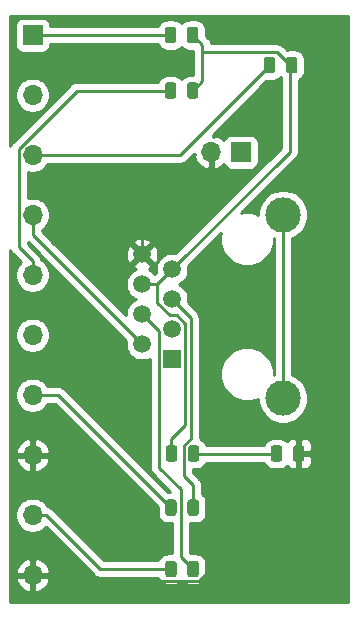
<source format=gtl>
%TF.GenerationSoftware,KiCad,Pcbnew,(5.1.6)-1*%
%TF.CreationDate,2020-07-09T15:12:21-03:00*%
%TF.ProjectId,driver-breakout-module,64726976-6572-42d6-9272-65616b6f7574,rev?*%
%TF.SameCoordinates,Original*%
%TF.FileFunction,Copper,L1,Top*%
%TF.FilePolarity,Positive*%
%FSLAX46Y46*%
G04 Gerber Fmt 4.6, Leading zero omitted, Abs format (unit mm)*
G04 Created by KiCad (PCBNEW (5.1.6)-1) date 2020-07-09 15:12:21*
%MOMM*%
%LPD*%
G01*
G04 APERTURE LIST*
%TA.AperFunction,ComponentPad*%
%ADD10C,3.000000*%
%TD*%
%TA.AperFunction,ComponentPad*%
%ADD11C,1.500000*%
%TD*%
%TA.AperFunction,ComponentPad*%
%ADD12R,1.500000X1.500000*%
%TD*%
%TA.AperFunction,ComponentPad*%
%ADD13R,1.700000X1.700000*%
%TD*%
%TA.AperFunction,ComponentPad*%
%ADD14O,1.700000X1.700000*%
%TD*%
%TA.AperFunction,Conductor*%
%ADD15C,0.250000*%
%TD*%
%TA.AperFunction,Conductor*%
%ADD16C,0.254000*%
%TD*%
G04 APERTURE END LIST*
%TO.P,R1,1*%
%TO.N,Net-(D1-Pad2)*%
%TA.AperFunction,SMDPad,CuDef*%
G36*
G01*
X140744000Y-118288750D02*
X140744000Y-119201250D01*
G75*
G02*
X140500250Y-119445000I-243750J0D01*
G01*
X140012750Y-119445000D01*
G75*
G02*
X139769000Y-119201250I0J243750D01*
G01*
X139769000Y-118288750D01*
G75*
G02*
X140012750Y-118045000I243750J0D01*
G01*
X140500250Y-118045000D01*
G75*
G02*
X140744000Y-118288750I0J-243750D01*
G01*
G37*
%TD.AperFunction*%
%TO.P,R1,2*%
%TO.N,+24V*%
%TA.AperFunction,SMDPad,CuDef*%
G36*
G01*
X138869000Y-118288750D02*
X138869000Y-119201250D01*
G75*
G02*
X138625250Y-119445000I-243750J0D01*
G01*
X138137750Y-119445000D01*
G75*
G02*
X137894000Y-119201250I0J243750D01*
G01*
X137894000Y-118288750D01*
G75*
G02*
X138137750Y-118045000I243750J0D01*
G01*
X138625250Y-118045000D01*
G75*
G02*
X138869000Y-118288750I0J-243750D01*
G01*
G37*
%TD.AperFunction*%
%TD*%
%TO.P,D1,1*%
%TO.N,GND*%
%TA.AperFunction,SMDPad,CuDef*%
G36*
G01*
X149634000Y-118288750D02*
X149634000Y-119201250D01*
G75*
G02*
X149390250Y-119445000I-243750J0D01*
G01*
X148902750Y-119445000D01*
G75*
G02*
X148659000Y-119201250I0J243750D01*
G01*
X148659000Y-118288750D01*
G75*
G02*
X148902750Y-118045000I243750J0D01*
G01*
X149390250Y-118045000D01*
G75*
G02*
X149634000Y-118288750I0J-243750D01*
G01*
G37*
%TD.AperFunction*%
%TO.P,D1,2*%
%TO.N,Net-(D1-Pad2)*%
%TA.AperFunction,SMDPad,CuDef*%
G36*
G01*
X147759000Y-118288750D02*
X147759000Y-119201250D01*
G75*
G02*
X147515250Y-119445000I-243750J0D01*
G01*
X147027750Y-119445000D01*
G75*
G02*
X146784000Y-119201250I0J243750D01*
G01*
X146784000Y-118288750D01*
G75*
G02*
X147027750Y-118045000I243750J0D01*
G01*
X147515250Y-118045000D01*
G75*
G02*
X147759000Y-118288750I0J-243750D01*
G01*
G37*
%TD.AperFunction*%
%TD*%
D10*
%TO.P,J1,SH*%
%TO.N,Net-(J1-PadSH)*%
X147830000Y-98529000D03*
D11*
%TO.P,J1,3*%
%TO.N,Net-(J1-Pad3)*%
X138430000Y-108204000D03*
%TO.P,J1,5*%
%TO.N,Net-(J1-Pad5)*%
X138430000Y-105664000D03*
%TO.P,J1,4*%
%TO.N,Net-(J1-Pad4)*%
X135890000Y-106934000D03*
%TO.P,J1,7*%
%TO.N,+24V*%
X138430000Y-103124000D03*
D12*
%TO.P,J1,1*%
%TO.N,Net-(J1-Pad1)*%
X138430000Y-110744000D03*
D11*
%TO.P,J1,2*%
%TO.N,Net-(J1-Pad2)*%
X135890000Y-109474000D03*
D10*
%TO.P,J1,SH*%
%TO.N,Net-(J1-PadSH)*%
X147830000Y-114069000D03*
D11*
%TO.P,J1,8*%
%TO.N,GND*%
X135890000Y-101854000D03*
%TO.P,J1,6*%
%TO.N,+24V*%
X135890000Y-104394000D03*
%TD*%
D13*
%TO.P,JP1,1*%
%TO.N,Net-(J1-PadSH)*%
X144272000Y-93218000D03*
D14*
%TO.P,JP1,2*%
%TO.N,GND*%
X141732000Y-93218000D03*
%TD*%
D13*
%TO.P,J2,1*%
%TO.N,Net-(J2-Pad1)*%
X126619000Y-83312000D03*
D14*
%TO.P,J2,2*%
%TO.N,Net-(J1-Pad3)*%
X126619000Y-88392000D03*
%TO.P,J2,3*%
%TO.N,Net-(J2-Pad3)*%
X126619000Y-93472000D03*
%TO.P,J2,4*%
%TO.N,Net-(J1-Pad2)*%
X126619000Y-98552000D03*
%TO.P,J2,5*%
%TO.N,Net-(J2-Pad5)*%
X126619000Y-103632000D03*
%TO.P,J2,6*%
%TO.N,Net-(J1-Pad1)*%
X126619000Y-108712000D03*
%TO.P,J2,7*%
%TO.N,Net-(J2-Pad7)*%
X126619000Y-113792000D03*
%TO.P,J2,8*%
%TO.N,GND*%
X126619000Y-118872000D03*
%TO.P,J2,9*%
%TO.N,Net-(J2-Pad9)*%
X126619000Y-123952000D03*
%TO.P,J2,10*%
%TO.N,GND*%
X126619000Y-129032000D03*
%TD*%
%TO.P,R2,1*%
%TO.N,Net-(J2-Pad1)*%
%TA.AperFunction,SMDPad,CuDef*%
G36*
G01*
X137815000Y-83768250D02*
X137815000Y-82855750D01*
G75*
G02*
X138058750Y-82612000I243750J0D01*
G01*
X138546250Y-82612000D01*
G75*
G02*
X138790000Y-82855750I0J-243750D01*
G01*
X138790000Y-83768250D01*
G75*
G02*
X138546250Y-84012000I-243750J0D01*
G01*
X138058750Y-84012000D01*
G75*
G02*
X137815000Y-83768250I0J243750D01*
G01*
G37*
%TD.AperFunction*%
%TO.P,R2,2*%
%TO.N,+24V*%
%TA.AperFunction,SMDPad,CuDef*%
G36*
G01*
X139690000Y-83768250D02*
X139690000Y-82855750D01*
G75*
G02*
X139933750Y-82612000I243750J0D01*
G01*
X140421250Y-82612000D01*
G75*
G02*
X140665000Y-82855750I0J-243750D01*
G01*
X140665000Y-83768250D01*
G75*
G02*
X140421250Y-84012000I-243750J0D01*
G01*
X139933750Y-84012000D01*
G75*
G02*
X139690000Y-83768250I0J243750D01*
G01*
G37*
%TD.AperFunction*%
%TD*%
%TO.P,R3,2*%
%TO.N,+24V*%
%TA.AperFunction,SMDPad,CuDef*%
G36*
G01*
X148072000Y-86308250D02*
X148072000Y-85395750D01*
G75*
G02*
X148315750Y-85152000I243750J0D01*
G01*
X148803250Y-85152000D01*
G75*
G02*
X149047000Y-85395750I0J-243750D01*
G01*
X149047000Y-86308250D01*
G75*
G02*
X148803250Y-86552000I-243750J0D01*
G01*
X148315750Y-86552000D01*
G75*
G02*
X148072000Y-86308250I0J243750D01*
G01*
G37*
%TD.AperFunction*%
%TO.P,R3,1*%
%TO.N,Net-(J2-Pad3)*%
%TA.AperFunction,SMDPad,CuDef*%
G36*
G01*
X146197000Y-86308250D02*
X146197000Y-85395750D01*
G75*
G02*
X146440750Y-85152000I243750J0D01*
G01*
X146928250Y-85152000D01*
G75*
G02*
X147172000Y-85395750I0J-243750D01*
G01*
X147172000Y-86308250D01*
G75*
G02*
X146928250Y-86552000I-243750J0D01*
G01*
X146440750Y-86552000D01*
G75*
G02*
X146197000Y-86308250I0J243750D01*
G01*
G37*
%TD.AperFunction*%
%TD*%
%TO.P,R4,1*%
%TO.N,Net-(J2-Pad5)*%
%TA.AperFunction,SMDPad,CuDef*%
G36*
G01*
X137815000Y-88467250D02*
X137815000Y-87554750D01*
G75*
G02*
X138058750Y-87311000I243750J0D01*
G01*
X138546250Y-87311000D01*
G75*
G02*
X138790000Y-87554750I0J-243750D01*
G01*
X138790000Y-88467250D01*
G75*
G02*
X138546250Y-88711000I-243750J0D01*
G01*
X138058750Y-88711000D01*
G75*
G02*
X137815000Y-88467250I0J243750D01*
G01*
G37*
%TD.AperFunction*%
%TO.P,R4,2*%
%TO.N,+24V*%
%TA.AperFunction,SMDPad,CuDef*%
G36*
G01*
X139690000Y-88467250D02*
X139690000Y-87554750D01*
G75*
G02*
X139933750Y-87311000I243750J0D01*
G01*
X140421250Y-87311000D01*
G75*
G02*
X140665000Y-87554750I0J-243750D01*
G01*
X140665000Y-88467250D01*
G75*
G02*
X140421250Y-88711000I-243750J0D01*
G01*
X139933750Y-88711000D01*
G75*
G02*
X139690000Y-88467250I0J243750D01*
G01*
G37*
%TD.AperFunction*%
%TD*%
%TO.P,R5,1*%
%TO.N,Net-(J2-Pad7)*%
%TA.AperFunction,SMDPad,CuDef*%
G36*
G01*
X137845000Y-123773250D02*
X137845000Y-122860750D01*
G75*
G02*
X138088750Y-122617000I243750J0D01*
G01*
X138576250Y-122617000D01*
G75*
G02*
X138820000Y-122860750I0J-243750D01*
G01*
X138820000Y-123773250D01*
G75*
G02*
X138576250Y-124017000I-243750J0D01*
G01*
X138088750Y-124017000D01*
G75*
G02*
X137845000Y-123773250I0J243750D01*
G01*
G37*
%TD.AperFunction*%
%TO.P,R5,2*%
%TO.N,Net-(J1-Pad5)*%
%TA.AperFunction,SMDPad,CuDef*%
G36*
G01*
X139720000Y-123773250D02*
X139720000Y-122860750D01*
G75*
G02*
X139963750Y-122617000I243750J0D01*
G01*
X140451250Y-122617000D01*
G75*
G02*
X140695000Y-122860750I0J-243750D01*
G01*
X140695000Y-123773250D01*
G75*
G02*
X140451250Y-124017000I-243750J0D01*
G01*
X139963750Y-124017000D01*
G75*
G02*
X139720000Y-123773250I0J243750D01*
G01*
G37*
%TD.AperFunction*%
%TD*%
%TO.P,R6,2*%
%TO.N,Net-(J1-Pad4)*%
%TA.AperFunction,SMDPad,CuDef*%
G36*
G01*
X139720000Y-128980250D02*
X139720000Y-128067750D01*
G75*
G02*
X139963750Y-127824000I243750J0D01*
G01*
X140451250Y-127824000D01*
G75*
G02*
X140695000Y-128067750I0J-243750D01*
G01*
X140695000Y-128980250D01*
G75*
G02*
X140451250Y-129224000I-243750J0D01*
G01*
X139963750Y-129224000D01*
G75*
G02*
X139720000Y-128980250I0J243750D01*
G01*
G37*
%TD.AperFunction*%
%TO.P,R6,1*%
%TO.N,Net-(J2-Pad9)*%
%TA.AperFunction,SMDPad,CuDef*%
G36*
G01*
X137845000Y-128980250D02*
X137845000Y-128067750D01*
G75*
G02*
X138088750Y-127824000I243750J0D01*
G01*
X138576250Y-127824000D01*
G75*
G02*
X138820000Y-128067750I0J-243750D01*
G01*
X138820000Y-128980250D01*
G75*
G02*
X138576250Y-129224000I-243750J0D01*
G01*
X138088750Y-129224000D01*
G75*
G02*
X137845000Y-128980250I0J243750D01*
G01*
G37*
%TD.AperFunction*%
%TD*%
D15*
%TO.N,GND*%
X126619000Y-129032000D02*
X127794300Y-129032000D01*
X127794300Y-129032000D02*
X128320000Y-129557700D01*
X128320000Y-129557700D02*
X140711900Y-129557700D01*
X140711900Y-129557700D02*
X149146500Y-121123100D01*
X149146500Y-121123100D02*
X149146500Y-118745000D01*
X141732000Y-93218000D02*
X141732000Y-94393300D01*
X141732000Y-94393300D02*
X135890000Y-100235300D01*
X135890000Y-100235300D02*
X135890000Y-101854000D01*
%TO.N,Net-(D1-Pad2)*%
X147271500Y-118745000D02*
X140256500Y-118745000D01*
%TO.N,+24V*%
X137160000Y-104394000D02*
X137160000Y-105980600D01*
X137160000Y-105980600D02*
X138214500Y-107035100D01*
X138214500Y-107035100D02*
X138834100Y-107035100D01*
X138834100Y-107035100D02*
X139528300Y-107729300D01*
X139528300Y-107729300D02*
X139528300Y-116324400D01*
X139528300Y-116324400D02*
X138381500Y-117471200D01*
X138381500Y-117471200D02*
X138381500Y-118745000D01*
X148387300Y-85852000D02*
X148387300Y-93166700D01*
X148387300Y-93166700D02*
X138430000Y-103124000D01*
X140992800Y-84774100D02*
X147309400Y-84774100D01*
X147309400Y-84774100D02*
X148387300Y-85852000D01*
X148559500Y-85852000D02*
X148387300Y-85852000D01*
X140992800Y-84774100D02*
X140992800Y-87195700D01*
X140992800Y-87195700D02*
X140177500Y-88011000D01*
X140177500Y-83312000D02*
X140992800Y-84127300D01*
X140992800Y-84127300D02*
X140992800Y-84774100D01*
X137160000Y-104394000D02*
X138430000Y-103124000D01*
X135890000Y-104394000D02*
X137160000Y-104394000D01*
%TO.N,Net-(J1-Pad2)*%
X126619000Y-98552000D02*
X126619000Y-100203000D01*
X126619000Y-100203000D02*
X135890000Y-109474000D01*
%TO.N,Net-(J1-PadSH)*%
X147830000Y-114069000D02*
X147830000Y-98529000D01*
%TO.N,Net-(J1-Pad5)*%
X140207500Y-123317000D02*
X140207500Y-121424000D01*
X140207500Y-121424000D02*
X139441400Y-120657900D01*
X139441400Y-120657900D02*
X139441400Y-118055200D01*
X139441400Y-118055200D02*
X139993900Y-117502700D01*
X139993900Y-117502700D02*
X139993900Y-107227900D01*
X139993900Y-107227900D02*
X138430000Y-105664000D01*
%TO.N,Net-(J1-Pad4)*%
X140207500Y-128524000D02*
X139156200Y-127472700D01*
X139156200Y-127472700D02*
X139156200Y-121782100D01*
X139156200Y-121782100D02*
X137319300Y-119945200D01*
X137319300Y-119945200D02*
X137319300Y-108363300D01*
X137319300Y-108363300D02*
X135890000Y-106934000D01*
%TO.N,Net-(J2-Pad1)*%
X138302500Y-83312000D02*
X126619000Y-83312000D01*
%TO.N,Net-(J2-Pad3)*%
X146684500Y-85852000D02*
X139064500Y-93472000D01*
X139064500Y-93472000D02*
X126619000Y-93472000D01*
%TO.N,Net-(J2-Pad5)*%
X126619000Y-103632000D02*
X126619000Y-102456700D01*
X138302500Y-88011000D02*
X130353700Y-88011000D01*
X130353700Y-88011000D02*
X125443700Y-92921000D01*
X125443700Y-92921000D02*
X125443700Y-101281400D01*
X125443700Y-101281400D02*
X126619000Y-102456700D01*
%TO.N,Net-(J2-Pad7)*%
X138332500Y-123317000D02*
X128807500Y-113792000D01*
X128807500Y-113792000D02*
X126619000Y-113792000D01*
%TO.N,Net-(J2-Pad9)*%
X126619000Y-123952000D02*
X127794300Y-123952000D01*
X138332500Y-128524000D02*
X132366300Y-128524000D01*
X132366300Y-128524000D02*
X127794300Y-123952000D01*
%TD*%
D16*
%TO.N,GND*%
G36*
X153290001Y-131290000D02*
G01*
X124710000Y-131290000D01*
X124710000Y-129388890D01*
X125177524Y-129388890D01*
X125222175Y-129536099D01*
X125347359Y-129798920D01*
X125521412Y-130032269D01*
X125737645Y-130227178D01*
X125987748Y-130376157D01*
X126262109Y-130473481D01*
X126492000Y-130352814D01*
X126492000Y-129159000D01*
X126746000Y-129159000D01*
X126746000Y-130352814D01*
X126975891Y-130473481D01*
X127250252Y-130376157D01*
X127500355Y-130227178D01*
X127716588Y-130032269D01*
X127890641Y-129798920D01*
X128015825Y-129536099D01*
X128060476Y-129388890D01*
X127939155Y-129159000D01*
X126746000Y-129159000D01*
X126492000Y-129159000D01*
X125298845Y-129159000D01*
X125177524Y-129388890D01*
X124710000Y-129388890D01*
X124710000Y-128675110D01*
X125177524Y-128675110D01*
X125298845Y-128905000D01*
X126492000Y-128905000D01*
X126492000Y-127711186D01*
X126746000Y-127711186D01*
X126746000Y-128905000D01*
X127939155Y-128905000D01*
X128060476Y-128675110D01*
X128015825Y-128527901D01*
X127890641Y-128265080D01*
X127716588Y-128031731D01*
X127500355Y-127836822D01*
X127250252Y-127687843D01*
X126975891Y-127590519D01*
X126746000Y-127711186D01*
X126492000Y-127711186D01*
X126262109Y-127590519D01*
X125987748Y-127687843D01*
X125737645Y-127836822D01*
X125521412Y-128031731D01*
X125347359Y-128265080D01*
X125222175Y-128527901D01*
X125177524Y-128675110D01*
X124710000Y-128675110D01*
X124710000Y-119228890D01*
X125177524Y-119228890D01*
X125222175Y-119376099D01*
X125347359Y-119638920D01*
X125521412Y-119872269D01*
X125737645Y-120067178D01*
X125987748Y-120216157D01*
X126262109Y-120313481D01*
X126492000Y-120192814D01*
X126492000Y-118999000D01*
X126746000Y-118999000D01*
X126746000Y-120192814D01*
X126975891Y-120313481D01*
X127250252Y-120216157D01*
X127500355Y-120067178D01*
X127716588Y-119872269D01*
X127890641Y-119638920D01*
X128015825Y-119376099D01*
X128060476Y-119228890D01*
X127939155Y-118999000D01*
X126746000Y-118999000D01*
X126492000Y-118999000D01*
X125298845Y-118999000D01*
X125177524Y-119228890D01*
X124710000Y-119228890D01*
X124710000Y-118515110D01*
X125177524Y-118515110D01*
X125298845Y-118745000D01*
X126492000Y-118745000D01*
X126492000Y-117551186D01*
X126746000Y-117551186D01*
X126746000Y-118745000D01*
X127939155Y-118745000D01*
X128060476Y-118515110D01*
X128015825Y-118367901D01*
X127890641Y-118105080D01*
X127716588Y-117871731D01*
X127500355Y-117676822D01*
X127250252Y-117527843D01*
X126975891Y-117430519D01*
X126746000Y-117551186D01*
X126492000Y-117551186D01*
X126262109Y-117430519D01*
X125987748Y-117527843D01*
X125737645Y-117676822D01*
X125521412Y-117871731D01*
X125347359Y-118105080D01*
X125222175Y-118367901D01*
X125177524Y-118515110D01*
X124710000Y-118515110D01*
X124710000Y-108565740D01*
X125134000Y-108565740D01*
X125134000Y-108858260D01*
X125191068Y-109145158D01*
X125303010Y-109415411D01*
X125465525Y-109658632D01*
X125672368Y-109865475D01*
X125915589Y-110027990D01*
X126185842Y-110139932D01*
X126472740Y-110197000D01*
X126765260Y-110197000D01*
X127052158Y-110139932D01*
X127322411Y-110027990D01*
X127565632Y-109865475D01*
X127772475Y-109658632D01*
X127934990Y-109415411D01*
X128046932Y-109145158D01*
X128104000Y-108858260D01*
X128104000Y-108565740D01*
X128046932Y-108278842D01*
X127934990Y-108008589D01*
X127772475Y-107765368D01*
X127565632Y-107558525D01*
X127322411Y-107396010D01*
X127052158Y-107284068D01*
X126765260Y-107227000D01*
X126472740Y-107227000D01*
X126185842Y-107284068D01*
X125915589Y-107396010D01*
X125672368Y-107558525D01*
X125465525Y-107765368D01*
X125303010Y-108008589D01*
X125191068Y-108278842D01*
X125134000Y-108565740D01*
X124710000Y-108565740D01*
X124710000Y-101480831D01*
X124738154Y-101573646D01*
X124808726Y-101705676D01*
X124879756Y-101792225D01*
X124903700Y-101821401D01*
X124932698Y-101845199D01*
X125619196Y-102531697D01*
X125465525Y-102685368D01*
X125303010Y-102928589D01*
X125191068Y-103198842D01*
X125134000Y-103485740D01*
X125134000Y-103778260D01*
X125191068Y-104065158D01*
X125303010Y-104335411D01*
X125465525Y-104578632D01*
X125672368Y-104785475D01*
X125915589Y-104947990D01*
X126185842Y-105059932D01*
X126472740Y-105117000D01*
X126765260Y-105117000D01*
X127052158Y-105059932D01*
X127322411Y-104947990D01*
X127565632Y-104785475D01*
X127772475Y-104578632D01*
X127934990Y-104335411D01*
X128046932Y-104065158D01*
X128104000Y-103778260D01*
X128104000Y-103485740D01*
X128046932Y-103198842D01*
X127934990Y-102928589D01*
X127772475Y-102685368D01*
X127565632Y-102478525D01*
X127372089Y-102349204D01*
X127368003Y-102307714D01*
X127324546Y-102164453D01*
X127253974Y-102032424D01*
X127159001Y-101916699D01*
X127130003Y-101892901D01*
X126203700Y-100966599D01*
X126203700Y-100862501D01*
X134533833Y-109192635D01*
X134505000Y-109337589D01*
X134505000Y-109610411D01*
X134558225Y-109877989D01*
X134662629Y-110130043D01*
X134814201Y-110356886D01*
X135007114Y-110549799D01*
X135233957Y-110701371D01*
X135486011Y-110805775D01*
X135753589Y-110859000D01*
X136026411Y-110859000D01*
X136293989Y-110805775D01*
X136546043Y-110701371D01*
X136559301Y-110692512D01*
X136559300Y-119907878D01*
X136555624Y-119945200D01*
X136559300Y-119982522D01*
X136559300Y-119982532D01*
X136570297Y-120094185D01*
X136607296Y-120216157D01*
X136613754Y-120237446D01*
X136684326Y-120369476D01*
X136724171Y-120418026D01*
X136779299Y-120485201D01*
X136808303Y-120509004D01*
X138278226Y-121978928D01*
X138088750Y-121978928D01*
X138070980Y-121980678D01*
X129371304Y-113281003D01*
X129347501Y-113251999D01*
X129231776Y-113157026D01*
X129099747Y-113086454D01*
X128956486Y-113042997D01*
X128844833Y-113032000D01*
X128844822Y-113032000D01*
X128807500Y-113028324D01*
X128770178Y-113032000D01*
X127897178Y-113032000D01*
X127772475Y-112845368D01*
X127565632Y-112638525D01*
X127322411Y-112476010D01*
X127052158Y-112364068D01*
X126765260Y-112307000D01*
X126472740Y-112307000D01*
X126185842Y-112364068D01*
X125915589Y-112476010D01*
X125672368Y-112638525D01*
X125465525Y-112845368D01*
X125303010Y-113088589D01*
X125191068Y-113358842D01*
X125134000Y-113645740D01*
X125134000Y-113938260D01*
X125191068Y-114225158D01*
X125303010Y-114495411D01*
X125465525Y-114738632D01*
X125672368Y-114945475D01*
X125915589Y-115107990D01*
X126185842Y-115219932D01*
X126472740Y-115277000D01*
X126765260Y-115277000D01*
X127052158Y-115219932D01*
X127322411Y-115107990D01*
X127565632Y-114945475D01*
X127772475Y-114738632D01*
X127897178Y-114552000D01*
X128492699Y-114552000D01*
X137206928Y-123266230D01*
X137206928Y-123773250D01*
X137223872Y-123945285D01*
X137274053Y-124110709D01*
X137355542Y-124263164D01*
X137465208Y-124396792D01*
X137598836Y-124506458D01*
X137751291Y-124587947D01*
X137916715Y-124638128D01*
X138088750Y-124655072D01*
X138396200Y-124655072D01*
X138396200Y-127185928D01*
X138088750Y-127185928D01*
X137916715Y-127202872D01*
X137751291Y-127253053D01*
X137598836Y-127334542D01*
X137465208Y-127444208D01*
X137355542Y-127577836D01*
X137274053Y-127730291D01*
X137263827Y-127764000D01*
X132681103Y-127764000D01*
X128358104Y-123441003D01*
X128334301Y-123411999D01*
X128218576Y-123317026D01*
X128086547Y-123246454D01*
X127943286Y-123202997D01*
X127901796Y-123198911D01*
X127772475Y-123005368D01*
X127565632Y-122798525D01*
X127322411Y-122636010D01*
X127052158Y-122524068D01*
X126765260Y-122467000D01*
X126472740Y-122467000D01*
X126185842Y-122524068D01*
X125915589Y-122636010D01*
X125672368Y-122798525D01*
X125465525Y-123005368D01*
X125303010Y-123248589D01*
X125191068Y-123518842D01*
X125134000Y-123805740D01*
X125134000Y-124098260D01*
X125191068Y-124385158D01*
X125303010Y-124655411D01*
X125465525Y-124898632D01*
X125672368Y-125105475D01*
X125915589Y-125267990D01*
X126185842Y-125379932D01*
X126472740Y-125437000D01*
X126765260Y-125437000D01*
X127052158Y-125379932D01*
X127322411Y-125267990D01*
X127565632Y-125105475D01*
X127719303Y-124951804D01*
X131802505Y-129035008D01*
X131826299Y-129064001D01*
X131855292Y-129087795D01*
X131855296Y-129087799D01*
X131925985Y-129145811D01*
X131942024Y-129158974D01*
X132074053Y-129229546D01*
X132217314Y-129273003D01*
X132328967Y-129284000D01*
X132328976Y-129284000D01*
X132366299Y-129287676D01*
X132403622Y-129284000D01*
X137263827Y-129284000D01*
X137274053Y-129317709D01*
X137355542Y-129470164D01*
X137465208Y-129603792D01*
X137598836Y-129713458D01*
X137751291Y-129794947D01*
X137916715Y-129845128D01*
X138088750Y-129862072D01*
X138576250Y-129862072D01*
X138748285Y-129845128D01*
X138913709Y-129794947D01*
X139066164Y-129713458D01*
X139199792Y-129603792D01*
X139270000Y-129518244D01*
X139340208Y-129603792D01*
X139473836Y-129713458D01*
X139626291Y-129794947D01*
X139791715Y-129845128D01*
X139963750Y-129862072D01*
X140451250Y-129862072D01*
X140623285Y-129845128D01*
X140788709Y-129794947D01*
X140941164Y-129713458D01*
X141074792Y-129603792D01*
X141184458Y-129470164D01*
X141265947Y-129317709D01*
X141316128Y-129152285D01*
X141333072Y-128980250D01*
X141333072Y-128067750D01*
X141316128Y-127895715D01*
X141265947Y-127730291D01*
X141184458Y-127577836D01*
X141074792Y-127444208D01*
X140941164Y-127334542D01*
X140788709Y-127253053D01*
X140623285Y-127202872D01*
X140451250Y-127185928D01*
X139963750Y-127185928D01*
X139945979Y-127187678D01*
X139916200Y-127157899D01*
X139916200Y-124650389D01*
X139963750Y-124655072D01*
X140451250Y-124655072D01*
X140623285Y-124638128D01*
X140788709Y-124587947D01*
X140941164Y-124506458D01*
X141074792Y-124396792D01*
X141184458Y-124263164D01*
X141265947Y-124110709D01*
X141316128Y-123945285D01*
X141333072Y-123773250D01*
X141333072Y-122860750D01*
X141316128Y-122688715D01*
X141265947Y-122523291D01*
X141184458Y-122370836D01*
X141074792Y-122237208D01*
X140967500Y-122149155D01*
X140967500Y-121461322D01*
X140971176Y-121423999D01*
X140967500Y-121386677D01*
X140967500Y-121386667D01*
X140956503Y-121275014D01*
X140913046Y-121131753D01*
X140852469Y-121018423D01*
X140842474Y-120999723D01*
X140771299Y-120912997D01*
X140747501Y-120883999D01*
X140718502Y-120860201D01*
X140201400Y-120343099D01*
X140201400Y-120083072D01*
X140500250Y-120083072D01*
X140672285Y-120066128D01*
X140837709Y-120015947D01*
X140990164Y-119934458D01*
X141123792Y-119824792D01*
X141233458Y-119691164D01*
X141314947Y-119538709D01*
X141325173Y-119505000D01*
X146202827Y-119505000D01*
X146213053Y-119538709D01*
X146294542Y-119691164D01*
X146404208Y-119824792D01*
X146537836Y-119934458D01*
X146690291Y-120015947D01*
X146855715Y-120066128D01*
X147027750Y-120083072D01*
X147515250Y-120083072D01*
X147687285Y-120066128D01*
X147852709Y-120015947D01*
X148005164Y-119934458D01*
X148138792Y-119824792D01*
X148144008Y-119818436D01*
X148207815Y-119896185D01*
X148304506Y-119975537D01*
X148414820Y-120034502D01*
X148534518Y-120070812D01*
X148659000Y-120083072D01*
X148860750Y-120080000D01*
X149019500Y-119921250D01*
X149019500Y-118872000D01*
X149273500Y-118872000D01*
X149273500Y-119921250D01*
X149432250Y-120080000D01*
X149634000Y-120083072D01*
X149758482Y-120070812D01*
X149878180Y-120034502D01*
X149988494Y-119975537D01*
X150085185Y-119896185D01*
X150164537Y-119799494D01*
X150223502Y-119689180D01*
X150259812Y-119569482D01*
X150272072Y-119445000D01*
X150269000Y-119030750D01*
X150110250Y-118872000D01*
X149273500Y-118872000D01*
X149019500Y-118872000D01*
X148999500Y-118872000D01*
X148999500Y-118618000D01*
X149019500Y-118618000D01*
X149019500Y-117568750D01*
X149273500Y-117568750D01*
X149273500Y-118618000D01*
X150110250Y-118618000D01*
X150269000Y-118459250D01*
X150272072Y-118045000D01*
X150259812Y-117920518D01*
X150223502Y-117800820D01*
X150164537Y-117690506D01*
X150085185Y-117593815D01*
X149988494Y-117514463D01*
X149878180Y-117455498D01*
X149758482Y-117419188D01*
X149634000Y-117406928D01*
X149432250Y-117410000D01*
X149273500Y-117568750D01*
X149019500Y-117568750D01*
X148860750Y-117410000D01*
X148659000Y-117406928D01*
X148534518Y-117419188D01*
X148414820Y-117455498D01*
X148304506Y-117514463D01*
X148207815Y-117593815D01*
X148144008Y-117671564D01*
X148138792Y-117665208D01*
X148005164Y-117555542D01*
X147852709Y-117474053D01*
X147687285Y-117423872D01*
X147515250Y-117406928D01*
X147027750Y-117406928D01*
X146855715Y-117423872D01*
X146690291Y-117474053D01*
X146537836Y-117555542D01*
X146404208Y-117665208D01*
X146294542Y-117798836D01*
X146213053Y-117951291D01*
X146202827Y-117985000D01*
X141325173Y-117985000D01*
X141314947Y-117951291D01*
X141233458Y-117798836D01*
X141123792Y-117665208D01*
X140990164Y-117555542D01*
X140837709Y-117474053D01*
X140753900Y-117448630D01*
X140753900Y-107265233D01*
X140757577Y-107227900D01*
X140742903Y-107078914D01*
X140699446Y-106935653D01*
X140628874Y-106803624D01*
X140557699Y-106716897D01*
X140533901Y-106687899D01*
X140504903Y-106664101D01*
X139786167Y-105945365D01*
X139815000Y-105800411D01*
X139815000Y-105527589D01*
X139761775Y-105260011D01*
X139657371Y-105007957D01*
X139505799Y-104781114D01*
X139312886Y-104588201D01*
X139086043Y-104436629D01*
X138983127Y-104394000D01*
X139086043Y-104351371D01*
X139312886Y-104199799D01*
X139505799Y-104006886D01*
X139657371Y-103780043D01*
X139761775Y-103527989D01*
X139815000Y-103260411D01*
X139815000Y-102987589D01*
X139786167Y-102842635D01*
X142582724Y-100046078D01*
X142520000Y-100361409D01*
X142520000Y-100806591D01*
X142606851Y-101243218D01*
X142777214Y-101654511D01*
X143024544Y-102024666D01*
X143339334Y-102339456D01*
X143709489Y-102586786D01*
X144120782Y-102757149D01*
X144557409Y-102844000D01*
X145002591Y-102844000D01*
X145439218Y-102757149D01*
X145850511Y-102586786D01*
X146220666Y-102339456D01*
X146535456Y-102024666D01*
X146782786Y-101654511D01*
X146953149Y-101243218D01*
X147040000Y-100806591D01*
X147040000Y-100512678D01*
X147070001Y-100525105D01*
X147070000Y-112072895D01*
X147040000Y-112085322D01*
X147040000Y-111791409D01*
X146953149Y-111354782D01*
X146782786Y-110943489D01*
X146535456Y-110573334D01*
X146220666Y-110258544D01*
X145850511Y-110011214D01*
X145439218Y-109840851D01*
X145002591Y-109754000D01*
X144557409Y-109754000D01*
X144120782Y-109840851D01*
X143709489Y-110011214D01*
X143339334Y-110258544D01*
X143024544Y-110573334D01*
X142777214Y-110943489D01*
X142606851Y-111354782D01*
X142520000Y-111791409D01*
X142520000Y-112236591D01*
X142606851Y-112673218D01*
X142777214Y-113084511D01*
X143024544Y-113454666D01*
X143339334Y-113769456D01*
X143709489Y-114016786D01*
X144120782Y-114187149D01*
X144557409Y-114274000D01*
X145002591Y-114274000D01*
X145439218Y-114187149D01*
X145695000Y-114081201D01*
X145695000Y-114279279D01*
X145777047Y-114691756D01*
X145937988Y-115080302D01*
X146171637Y-115429983D01*
X146469017Y-115727363D01*
X146818698Y-115961012D01*
X147207244Y-116121953D01*
X147619721Y-116204000D01*
X148040279Y-116204000D01*
X148452756Y-116121953D01*
X148841302Y-115961012D01*
X149190983Y-115727363D01*
X149488363Y-115429983D01*
X149722012Y-115080302D01*
X149882953Y-114691756D01*
X149965000Y-114279279D01*
X149965000Y-113858721D01*
X149882953Y-113446244D01*
X149722012Y-113057698D01*
X149488363Y-112708017D01*
X149190983Y-112410637D01*
X148841302Y-112176988D01*
X148590000Y-112072895D01*
X148590000Y-100525105D01*
X148841302Y-100421012D01*
X149190983Y-100187363D01*
X149488363Y-99889983D01*
X149722012Y-99540302D01*
X149882953Y-99151756D01*
X149965000Y-98739279D01*
X149965000Y-98318721D01*
X149882953Y-97906244D01*
X149722012Y-97517698D01*
X149488363Y-97168017D01*
X149190983Y-96870637D01*
X148841302Y-96636988D01*
X148452756Y-96476047D01*
X148040279Y-96394000D01*
X147619721Y-96394000D01*
X147207244Y-96476047D01*
X146818698Y-96636988D01*
X146469017Y-96870637D01*
X146171637Y-97168017D01*
X145937988Y-97517698D01*
X145777047Y-97906244D01*
X145695000Y-98318721D01*
X145695000Y-98516799D01*
X145439218Y-98410851D01*
X145002591Y-98324000D01*
X144557409Y-98324000D01*
X144242078Y-98386724D01*
X148898303Y-93730499D01*
X148927301Y-93706701D01*
X149022274Y-93590976D01*
X149092846Y-93458947D01*
X149136303Y-93315686D01*
X149147300Y-93204033D01*
X149147300Y-93204025D01*
X149150976Y-93166700D01*
X149147300Y-93129375D01*
X149147300Y-87119424D01*
X149293164Y-87041458D01*
X149426792Y-86931792D01*
X149536458Y-86798164D01*
X149617947Y-86645709D01*
X149668128Y-86480285D01*
X149685072Y-86308250D01*
X149685072Y-85395750D01*
X149668128Y-85223715D01*
X149617947Y-85058291D01*
X149536458Y-84905836D01*
X149426792Y-84772208D01*
X149293164Y-84662542D01*
X149140709Y-84581053D01*
X148975285Y-84530872D01*
X148803250Y-84513928D01*
X148315750Y-84513928D01*
X148143715Y-84530872D01*
X148141611Y-84531510D01*
X147873204Y-84263102D01*
X147849401Y-84234099D01*
X147733676Y-84139126D01*
X147601647Y-84068554D01*
X147458386Y-84025097D01*
X147346733Y-84014100D01*
X147346722Y-84014100D01*
X147309400Y-84010424D01*
X147272078Y-84014100D01*
X141745328Y-84014100D01*
X141741803Y-83978314D01*
X141698346Y-83835053D01*
X141627774Y-83703024D01*
X141532801Y-83587299D01*
X141503804Y-83563502D01*
X141303072Y-83362770D01*
X141303072Y-82855750D01*
X141286128Y-82683715D01*
X141235947Y-82518291D01*
X141154458Y-82365836D01*
X141044792Y-82232208D01*
X140911164Y-82122542D01*
X140758709Y-82041053D01*
X140593285Y-81990872D01*
X140421250Y-81973928D01*
X139933750Y-81973928D01*
X139761715Y-81990872D01*
X139596291Y-82041053D01*
X139443836Y-82122542D01*
X139310208Y-82232208D01*
X139240000Y-82317756D01*
X139169792Y-82232208D01*
X139036164Y-82122542D01*
X138883709Y-82041053D01*
X138718285Y-81990872D01*
X138546250Y-81973928D01*
X138058750Y-81973928D01*
X137886715Y-81990872D01*
X137721291Y-82041053D01*
X137568836Y-82122542D01*
X137435208Y-82232208D01*
X137325542Y-82365836D01*
X137244053Y-82518291D01*
X137233827Y-82552000D01*
X128107072Y-82552000D01*
X128107072Y-82462000D01*
X128094812Y-82337518D01*
X128058502Y-82217820D01*
X127999537Y-82107506D01*
X127920185Y-82010815D01*
X127823494Y-81931463D01*
X127713180Y-81872498D01*
X127593482Y-81836188D01*
X127469000Y-81823928D01*
X125769000Y-81823928D01*
X125644518Y-81836188D01*
X125524820Y-81872498D01*
X125414506Y-81931463D01*
X125317815Y-82010815D01*
X125238463Y-82107506D01*
X125179498Y-82217820D01*
X125143188Y-82337518D01*
X125130928Y-82462000D01*
X125130928Y-84162000D01*
X125143188Y-84286482D01*
X125179498Y-84406180D01*
X125238463Y-84516494D01*
X125317815Y-84613185D01*
X125414506Y-84692537D01*
X125524820Y-84751502D01*
X125644518Y-84787812D01*
X125769000Y-84800072D01*
X127469000Y-84800072D01*
X127593482Y-84787812D01*
X127713180Y-84751502D01*
X127823494Y-84692537D01*
X127920185Y-84613185D01*
X127999537Y-84516494D01*
X128058502Y-84406180D01*
X128094812Y-84286482D01*
X128107072Y-84162000D01*
X128107072Y-84072000D01*
X137233827Y-84072000D01*
X137244053Y-84105709D01*
X137325542Y-84258164D01*
X137435208Y-84391792D01*
X137568836Y-84501458D01*
X137721291Y-84582947D01*
X137886715Y-84633128D01*
X138058750Y-84650072D01*
X138546250Y-84650072D01*
X138718285Y-84633128D01*
X138883709Y-84582947D01*
X139036164Y-84501458D01*
X139169792Y-84391792D01*
X139240000Y-84306244D01*
X139310208Y-84391792D01*
X139443836Y-84501458D01*
X139596291Y-84582947D01*
X139761715Y-84633128D01*
X139933750Y-84650072D01*
X140232800Y-84650072D01*
X140232800Y-84736767D01*
X140229123Y-84774100D01*
X140232800Y-84811433D01*
X140232801Y-86672928D01*
X139933750Y-86672928D01*
X139761715Y-86689872D01*
X139596291Y-86740053D01*
X139443836Y-86821542D01*
X139310208Y-86931208D01*
X139240000Y-87016756D01*
X139169792Y-86931208D01*
X139036164Y-86821542D01*
X138883709Y-86740053D01*
X138718285Y-86689872D01*
X138546250Y-86672928D01*
X138058750Y-86672928D01*
X137886715Y-86689872D01*
X137721291Y-86740053D01*
X137568836Y-86821542D01*
X137435208Y-86931208D01*
X137325542Y-87064836D01*
X137244053Y-87217291D01*
X137233827Y-87251000D01*
X130391033Y-87251000D01*
X130353700Y-87247323D01*
X130316367Y-87251000D01*
X130204714Y-87261997D01*
X130061453Y-87305454D01*
X129929424Y-87376026D01*
X129813699Y-87470999D01*
X129789901Y-87499997D01*
X124932703Y-92357196D01*
X124903699Y-92380999D01*
X124848571Y-92448174D01*
X124808726Y-92496724D01*
X124790017Y-92531726D01*
X124738154Y-92628754D01*
X124710000Y-92721567D01*
X124710000Y-88245740D01*
X125134000Y-88245740D01*
X125134000Y-88538260D01*
X125191068Y-88825158D01*
X125303010Y-89095411D01*
X125465525Y-89338632D01*
X125672368Y-89545475D01*
X125915589Y-89707990D01*
X126185842Y-89819932D01*
X126472740Y-89877000D01*
X126765260Y-89877000D01*
X127052158Y-89819932D01*
X127322411Y-89707990D01*
X127565632Y-89545475D01*
X127772475Y-89338632D01*
X127934990Y-89095411D01*
X128046932Y-88825158D01*
X128104000Y-88538260D01*
X128104000Y-88245740D01*
X128046932Y-87958842D01*
X127934990Y-87688589D01*
X127772475Y-87445368D01*
X127565632Y-87238525D01*
X127322411Y-87076010D01*
X127052158Y-86964068D01*
X126765260Y-86907000D01*
X126472740Y-86907000D01*
X126185842Y-86964068D01*
X125915589Y-87076010D01*
X125672368Y-87238525D01*
X125465525Y-87445368D01*
X125303010Y-87688589D01*
X125191068Y-87958842D01*
X125134000Y-88245740D01*
X124710000Y-88245740D01*
X124710000Y-81710000D01*
X153290000Y-81710000D01*
X153290001Y-131290000D01*
G37*
X153290001Y-131290000D02*
X124710000Y-131290000D01*
X124710000Y-129388890D01*
X125177524Y-129388890D01*
X125222175Y-129536099D01*
X125347359Y-129798920D01*
X125521412Y-130032269D01*
X125737645Y-130227178D01*
X125987748Y-130376157D01*
X126262109Y-130473481D01*
X126492000Y-130352814D01*
X126492000Y-129159000D01*
X126746000Y-129159000D01*
X126746000Y-130352814D01*
X126975891Y-130473481D01*
X127250252Y-130376157D01*
X127500355Y-130227178D01*
X127716588Y-130032269D01*
X127890641Y-129798920D01*
X128015825Y-129536099D01*
X128060476Y-129388890D01*
X127939155Y-129159000D01*
X126746000Y-129159000D01*
X126492000Y-129159000D01*
X125298845Y-129159000D01*
X125177524Y-129388890D01*
X124710000Y-129388890D01*
X124710000Y-128675110D01*
X125177524Y-128675110D01*
X125298845Y-128905000D01*
X126492000Y-128905000D01*
X126492000Y-127711186D01*
X126746000Y-127711186D01*
X126746000Y-128905000D01*
X127939155Y-128905000D01*
X128060476Y-128675110D01*
X128015825Y-128527901D01*
X127890641Y-128265080D01*
X127716588Y-128031731D01*
X127500355Y-127836822D01*
X127250252Y-127687843D01*
X126975891Y-127590519D01*
X126746000Y-127711186D01*
X126492000Y-127711186D01*
X126262109Y-127590519D01*
X125987748Y-127687843D01*
X125737645Y-127836822D01*
X125521412Y-128031731D01*
X125347359Y-128265080D01*
X125222175Y-128527901D01*
X125177524Y-128675110D01*
X124710000Y-128675110D01*
X124710000Y-119228890D01*
X125177524Y-119228890D01*
X125222175Y-119376099D01*
X125347359Y-119638920D01*
X125521412Y-119872269D01*
X125737645Y-120067178D01*
X125987748Y-120216157D01*
X126262109Y-120313481D01*
X126492000Y-120192814D01*
X126492000Y-118999000D01*
X126746000Y-118999000D01*
X126746000Y-120192814D01*
X126975891Y-120313481D01*
X127250252Y-120216157D01*
X127500355Y-120067178D01*
X127716588Y-119872269D01*
X127890641Y-119638920D01*
X128015825Y-119376099D01*
X128060476Y-119228890D01*
X127939155Y-118999000D01*
X126746000Y-118999000D01*
X126492000Y-118999000D01*
X125298845Y-118999000D01*
X125177524Y-119228890D01*
X124710000Y-119228890D01*
X124710000Y-118515110D01*
X125177524Y-118515110D01*
X125298845Y-118745000D01*
X126492000Y-118745000D01*
X126492000Y-117551186D01*
X126746000Y-117551186D01*
X126746000Y-118745000D01*
X127939155Y-118745000D01*
X128060476Y-118515110D01*
X128015825Y-118367901D01*
X127890641Y-118105080D01*
X127716588Y-117871731D01*
X127500355Y-117676822D01*
X127250252Y-117527843D01*
X126975891Y-117430519D01*
X126746000Y-117551186D01*
X126492000Y-117551186D01*
X126262109Y-117430519D01*
X125987748Y-117527843D01*
X125737645Y-117676822D01*
X125521412Y-117871731D01*
X125347359Y-118105080D01*
X125222175Y-118367901D01*
X125177524Y-118515110D01*
X124710000Y-118515110D01*
X124710000Y-108565740D01*
X125134000Y-108565740D01*
X125134000Y-108858260D01*
X125191068Y-109145158D01*
X125303010Y-109415411D01*
X125465525Y-109658632D01*
X125672368Y-109865475D01*
X125915589Y-110027990D01*
X126185842Y-110139932D01*
X126472740Y-110197000D01*
X126765260Y-110197000D01*
X127052158Y-110139932D01*
X127322411Y-110027990D01*
X127565632Y-109865475D01*
X127772475Y-109658632D01*
X127934990Y-109415411D01*
X128046932Y-109145158D01*
X128104000Y-108858260D01*
X128104000Y-108565740D01*
X128046932Y-108278842D01*
X127934990Y-108008589D01*
X127772475Y-107765368D01*
X127565632Y-107558525D01*
X127322411Y-107396010D01*
X127052158Y-107284068D01*
X126765260Y-107227000D01*
X126472740Y-107227000D01*
X126185842Y-107284068D01*
X125915589Y-107396010D01*
X125672368Y-107558525D01*
X125465525Y-107765368D01*
X125303010Y-108008589D01*
X125191068Y-108278842D01*
X125134000Y-108565740D01*
X124710000Y-108565740D01*
X124710000Y-101480831D01*
X124738154Y-101573646D01*
X124808726Y-101705676D01*
X124879756Y-101792225D01*
X124903700Y-101821401D01*
X124932698Y-101845199D01*
X125619196Y-102531697D01*
X125465525Y-102685368D01*
X125303010Y-102928589D01*
X125191068Y-103198842D01*
X125134000Y-103485740D01*
X125134000Y-103778260D01*
X125191068Y-104065158D01*
X125303010Y-104335411D01*
X125465525Y-104578632D01*
X125672368Y-104785475D01*
X125915589Y-104947990D01*
X126185842Y-105059932D01*
X126472740Y-105117000D01*
X126765260Y-105117000D01*
X127052158Y-105059932D01*
X127322411Y-104947990D01*
X127565632Y-104785475D01*
X127772475Y-104578632D01*
X127934990Y-104335411D01*
X128046932Y-104065158D01*
X128104000Y-103778260D01*
X128104000Y-103485740D01*
X128046932Y-103198842D01*
X127934990Y-102928589D01*
X127772475Y-102685368D01*
X127565632Y-102478525D01*
X127372089Y-102349204D01*
X127368003Y-102307714D01*
X127324546Y-102164453D01*
X127253974Y-102032424D01*
X127159001Y-101916699D01*
X127130003Y-101892901D01*
X126203700Y-100966599D01*
X126203700Y-100862501D01*
X134533833Y-109192635D01*
X134505000Y-109337589D01*
X134505000Y-109610411D01*
X134558225Y-109877989D01*
X134662629Y-110130043D01*
X134814201Y-110356886D01*
X135007114Y-110549799D01*
X135233957Y-110701371D01*
X135486011Y-110805775D01*
X135753589Y-110859000D01*
X136026411Y-110859000D01*
X136293989Y-110805775D01*
X136546043Y-110701371D01*
X136559301Y-110692512D01*
X136559300Y-119907878D01*
X136555624Y-119945200D01*
X136559300Y-119982522D01*
X136559300Y-119982532D01*
X136570297Y-120094185D01*
X136607296Y-120216157D01*
X136613754Y-120237446D01*
X136684326Y-120369476D01*
X136724171Y-120418026D01*
X136779299Y-120485201D01*
X136808303Y-120509004D01*
X138278226Y-121978928D01*
X138088750Y-121978928D01*
X138070980Y-121980678D01*
X129371304Y-113281003D01*
X129347501Y-113251999D01*
X129231776Y-113157026D01*
X129099747Y-113086454D01*
X128956486Y-113042997D01*
X128844833Y-113032000D01*
X128844822Y-113032000D01*
X128807500Y-113028324D01*
X128770178Y-113032000D01*
X127897178Y-113032000D01*
X127772475Y-112845368D01*
X127565632Y-112638525D01*
X127322411Y-112476010D01*
X127052158Y-112364068D01*
X126765260Y-112307000D01*
X126472740Y-112307000D01*
X126185842Y-112364068D01*
X125915589Y-112476010D01*
X125672368Y-112638525D01*
X125465525Y-112845368D01*
X125303010Y-113088589D01*
X125191068Y-113358842D01*
X125134000Y-113645740D01*
X125134000Y-113938260D01*
X125191068Y-114225158D01*
X125303010Y-114495411D01*
X125465525Y-114738632D01*
X125672368Y-114945475D01*
X125915589Y-115107990D01*
X126185842Y-115219932D01*
X126472740Y-115277000D01*
X126765260Y-115277000D01*
X127052158Y-115219932D01*
X127322411Y-115107990D01*
X127565632Y-114945475D01*
X127772475Y-114738632D01*
X127897178Y-114552000D01*
X128492699Y-114552000D01*
X137206928Y-123266230D01*
X137206928Y-123773250D01*
X137223872Y-123945285D01*
X137274053Y-124110709D01*
X137355542Y-124263164D01*
X137465208Y-124396792D01*
X137598836Y-124506458D01*
X137751291Y-124587947D01*
X137916715Y-124638128D01*
X138088750Y-124655072D01*
X138396200Y-124655072D01*
X138396200Y-127185928D01*
X138088750Y-127185928D01*
X137916715Y-127202872D01*
X137751291Y-127253053D01*
X137598836Y-127334542D01*
X137465208Y-127444208D01*
X137355542Y-127577836D01*
X137274053Y-127730291D01*
X137263827Y-127764000D01*
X132681103Y-127764000D01*
X128358104Y-123441003D01*
X128334301Y-123411999D01*
X128218576Y-123317026D01*
X128086547Y-123246454D01*
X127943286Y-123202997D01*
X127901796Y-123198911D01*
X127772475Y-123005368D01*
X127565632Y-122798525D01*
X127322411Y-122636010D01*
X127052158Y-122524068D01*
X126765260Y-122467000D01*
X126472740Y-122467000D01*
X126185842Y-122524068D01*
X125915589Y-122636010D01*
X125672368Y-122798525D01*
X125465525Y-123005368D01*
X125303010Y-123248589D01*
X125191068Y-123518842D01*
X125134000Y-123805740D01*
X125134000Y-124098260D01*
X125191068Y-124385158D01*
X125303010Y-124655411D01*
X125465525Y-124898632D01*
X125672368Y-125105475D01*
X125915589Y-125267990D01*
X126185842Y-125379932D01*
X126472740Y-125437000D01*
X126765260Y-125437000D01*
X127052158Y-125379932D01*
X127322411Y-125267990D01*
X127565632Y-125105475D01*
X127719303Y-124951804D01*
X131802505Y-129035008D01*
X131826299Y-129064001D01*
X131855292Y-129087795D01*
X131855296Y-129087799D01*
X131925985Y-129145811D01*
X131942024Y-129158974D01*
X132074053Y-129229546D01*
X132217314Y-129273003D01*
X132328967Y-129284000D01*
X132328976Y-129284000D01*
X132366299Y-129287676D01*
X132403622Y-129284000D01*
X137263827Y-129284000D01*
X137274053Y-129317709D01*
X137355542Y-129470164D01*
X137465208Y-129603792D01*
X137598836Y-129713458D01*
X137751291Y-129794947D01*
X137916715Y-129845128D01*
X138088750Y-129862072D01*
X138576250Y-129862072D01*
X138748285Y-129845128D01*
X138913709Y-129794947D01*
X139066164Y-129713458D01*
X139199792Y-129603792D01*
X139270000Y-129518244D01*
X139340208Y-129603792D01*
X139473836Y-129713458D01*
X139626291Y-129794947D01*
X139791715Y-129845128D01*
X139963750Y-129862072D01*
X140451250Y-129862072D01*
X140623285Y-129845128D01*
X140788709Y-129794947D01*
X140941164Y-129713458D01*
X141074792Y-129603792D01*
X141184458Y-129470164D01*
X141265947Y-129317709D01*
X141316128Y-129152285D01*
X141333072Y-128980250D01*
X141333072Y-128067750D01*
X141316128Y-127895715D01*
X141265947Y-127730291D01*
X141184458Y-127577836D01*
X141074792Y-127444208D01*
X140941164Y-127334542D01*
X140788709Y-127253053D01*
X140623285Y-127202872D01*
X140451250Y-127185928D01*
X139963750Y-127185928D01*
X139945979Y-127187678D01*
X139916200Y-127157899D01*
X139916200Y-124650389D01*
X139963750Y-124655072D01*
X140451250Y-124655072D01*
X140623285Y-124638128D01*
X140788709Y-124587947D01*
X140941164Y-124506458D01*
X141074792Y-124396792D01*
X141184458Y-124263164D01*
X141265947Y-124110709D01*
X141316128Y-123945285D01*
X141333072Y-123773250D01*
X141333072Y-122860750D01*
X141316128Y-122688715D01*
X141265947Y-122523291D01*
X141184458Y-122370836D01*
X141074792Y-122237208D01*
X140967500Y-122149155D01*
X140967500Y-121461322D01*
X140971176Y-121423999D01*
X140967500Y-121386677D01*
X140967500Y-121386667D01*
X140956503Y-121275014D01*
X140913046Y-121131753D01*
X140852469Y-121018423D01*
X140842474Y-120999723D01*
X140771299Y-120912997D01*
X140747501Y-120883999D01*
X140718502Y-120860201D01*
X140201400Y-120343099D01*
X140201400Y-120083072D01*
X140500250Y-120083072D01*
X140672285Y-120066128D01*
X140837709Y-120015947D01*
X140990164Y-119934458D01*
X141123792Y-119824792D01*
X141233458Y-119691164D01*
X141314947Y-119538709D01*
X141325173Y-119505000D01*
X146202827Y-119505000D01*
X146213053Y-119538709D01*
X146294542Y-119691164D01*
X146404208Y-119824792D01*
X146537836Y-119934458D01*
X146690291Y-120015947D01*
X146855715Y-120066128D01*
X147027750Y-120083072D01*
X147515250Y-120083072D01*
X147687285Y-120066128D01*
X147852709Y-120015947D01*
X148005164Y-119934458D01*
X148138792Y-119824792D01*
X148144008Y-119818436D01*
X148207815Y-119896185D01*
X148304506Y-119975537D01*
X148414820Y-120034502D01*
X148534518Y-120070812D01*
X148659000Y-120083072D01*
X148860750Y-120080000D01*
X149019500Y-119921250D01*
X149019500Y-118872000D01*
X149273500Y-118872000D01*
X149273500Y-119921250D01*
X149432250Y-120080000D01*
X149634000Y-120083072D01*
X149758482Y-120070812D01*
X149878180Y-120034502D01*
X149988494Y-119975537D01*
X150085185Y-119896185D01*
X150164537Y-119799494D01*
X150223502Y-119689180D01*
X150259812Y-119569482D01*
X150272072Y-119445000D01*
X150269000Y-119030750D01*
X150110250Y-118872000D01*
X149273500Y-118872000D01*
X149019500Y-118872000D01*
X148999500Y-118872000D01*
X148999500Y-118618000D01*
X149019500Y-118618000D01*
X149019500Y-117568750D01*
X149273500Y-117568750D01*
X149273500Y-118618000D01*
X150110250Y-118618000D01*
X150269000Y-118459250D01*
X150272072Y-118045000D01*
X150259812Y-117920518D01*
X150223502Y-117800820D01*
X150164537Y-117690506D01*
X150085185Y-117593815D01*
X149988494Y-117514463D01*
X149878180Y-117455498D01*
X149758482Y-117419188D01*
X149634000Y-117406928D01*
X149432250Y-117410000D01*
X149273500Y-117568750D01*
X149019500Y-117568750D01*
X148860750Y-117410000D01*
X148659000Y-117406928D01*
X148534518Y-117419188D01*
X148414820Y-117455498D01*
X148304506Y-117514463D01*
X148207815Y-117593815D01*
X148144008Y-117671564D01*
X148138792Y-117665208D01*
X148005164Y-117555542D01*
X147852709Y-117474053D01*
X147687285Y-117423872D01*
X147515250Y-117406928D01*
X147027750Y-117406928D01*
X146855715Y-117423872D01*
X146690291Y-117474053D01*
X146537836Y-117555542D01*
X146404208Y-117665208D01*
X146294542Y-117798836D01*
X146213053Y-117951291D01*
X146202827Y-117985000D01*
X141325173Y-117985000D01*
X141314947Y-117951291D01*
X141233458Y-117798836D01*
X141123792Y-117665208D01*
X140990164Y-117555542D01*
X140837709Y-117474053D01*
X140753900Y-117448630D01*
X140753900Y-107265233D01*
X140757577Y-107227900D01*
X140742903Y-107078914D01*
X140699446Y-106935653D01*
X140628874Y-106803624D01*
X140557699Y-106716897D01*
X140533901Y-106687899D01*
X140504903Y-106664101D01*
X139786167Y-105945365D01*
X139815000Y-105800411D01*
X139815000Y-105527589D01*
X139761775Y-105260011D01*
X139657371Y-105007957D01*
X139505799Y-104781114D01*
X139312886Y-104588201D01*
X139086043Y-104436629D01*
X138983127Y-104394000D01*
X139086043Y-104351371D01*
X139312886Y-104199799D01*
X139505799Y-104006886D01*
X139657371Y-103780043D01*
X139761775Y-103527989D01*
X139815000Y-103260411D01*
X139815000Y-102987589D01*
X139786167Y-102842635D01*
X142582724Y-100046078D01*
X142520000Y-100361409D01*
X142520000Y-100806591D01*
X142606851Y-101243218D01*
X142777214Y-101654511D01*
X143024544Y-102024666D01*
X143339334Y-102339456D01*
X143709489Y-102586786D01*
X144120782Y-102757149D01*
X144557409Y-102844000D01*
X145002591Y-102844000D01*
X145439218Y-102757149D01*
X145850511Y-102586786D01*
X146220666Y-102339456D01*
X146535456Y-102024666D01*
X146782786Y-101654511D01*
X146953149Y-101243218D01*
X147040000Y-100806591D01*
X147040000Y-100512678D01*
X147070001Y-100525105D01*
X147070000Y-112072895D01*
X147040000Y-112085322D01*
X147040000Y-111791409D01*
X146953149Y-111354782D01*
X146782786Y-110943489D01*
X146535456Y-110573334D01*
X146220666Y-110258544D01*
X145850511Y-110011214D01*
X145439218Y-109840851D01*
X145002591Y-109754000D01*
X144557409Y-109754000D01*
X144120782Y-109840851D01*
X143709489Y-110011214D01*
X143339334Y-110258544D01*
X143024544Y-110573334D01*
X142777214Y-110943489D01*
X142606851Y-111354782D01*
X142520000Y-111791409D01*
X142520000Y-112236591D01*
X142606851Y-112673218D01*
X142777214Y-113084511D01*
X143024544Y-113454666D01*
X143339334Y-113769456D01*
X143709489Y-114016786D01*
X144120782Y-114187149D01*
X144557409Y-114274000D01*
X145002591Y-114274000D01*
X145439218Y-114187149D01*
X145695000Y-114081201D01*
X145695000Y-114279279D01*
X145777047Y-114691756D01*
X145937988Y-115080302D01*
X146171637Y-115429983D01*
X146469017Y-115727363D01*
X146818698Y-115961012D01*
X147207244Y-116121953D01*
X147619721Y-116204000D01*
X148040279Y-116204000D01*
X148452756Y-116121953D01*
X148841302Y-115961012D01*
X149190983Y-115727363D01*
X149488363Y-115429983D01*
X149722012Y-115080302D01*
X149882953Y-114691756D01*
X149965000Y-114279279D01*
X149965000Y-113858721D01*
X149882953Y-113446244D01*
X149722012Y-113057698D01*
X149488363Y-112708017D01*
X149190983Y-112410637D01*
X148841302Y-112176988D01*
X148590000Y-112072895D01*
X148590000Y-100525105D01*
X148841302Y-100421012D01*
X149190983Y-100187363D01*
X149488363Y-99889983D01*
X149722012Y-99540302D01*
X149882953Y-99151756D01*
X149965000Y-98739279D01*
X149965000Y-98318721D01*
X149882953Y-97906244D01*
X149722012Y-97517698D01*
X149488363Y-97168017D01*
X149190983Y-96870637D01*
X148841302Y-96636988D01*
X148452756Y-96476047D01*
X148040279Y-96394000D01*
X147619721Y-96394000D01*
X147207244Y-96476047D01*
X146818698Y-96636988D01*
X146469017Y-96870637D01*
X146171637Y-97168017D01*
X145937988Y-97517698D01*
X145777047Y-97906244D01*
X145695000Y-98318721D01*
X145695000Y-98516799D01*
X145439218Y-98410851D01*
X145002591Y-98324000D01*
X144557409Y-98324000D01*
X144242078Y-98386724D01*
X148898303Y-93730499D01*
X148927301Y-93706701D01*
X149022274Y-93590976D01*
X149092846Y-93458947D01*
X149136303Y-93315686D01*
X149147300Y-93204033D01*
X149147300Y-93204025D01*
X149150976Y-93166700D01*
X149147300Y-93129375D01*
X149147300Y-87119424D01*
X149293164Y-87041458D01*
X149426792Y-86931792D01*
X149536458Y-86798164D01*
X149617947Y-86645709D01*
X149668128Y-86480285D01*
X149685072Y-86308250D01*
X149685072Y-85395750D01*
X149668128Y-85223715D01*
X149617947Y-85058291D01*
X149536458Y-84905836D01*
X149426792Y-84772208D01*
X149293164Y-84662542D01*
X149140709Y-84581053D01*
X148975285Y-84530872D01*
X148803250Y-84513928D01*
X148315750Y-84513928D01*
X148143715Y-84530872D01*
X148141611Y-84531510D01*
X147873204Y-84263102D01*
X147849401Y-84234099D01*
X147733676Y-84139126D01*
X147601647Y-84068554D01*
X147458386Y-84025097D01*
X147346733Y-84014100D01*
X147346722Y-84014100D01*
X147309400Y-84010424D01*
X147272078Y-84014100D01*
X141745328Y-84014100D01*
X141741803Y-83978314D01*
X141698346Y-83835053D01*
X141627774Y-83703024D01*
X141532801Y-83587299D01*
X141503804Y-83563502D01*
X141303072Y-83362770D01*
X141303072Y-82855750D01*
X141286128Y-82683715D01*
X141235947Y-82518291D01*
X141154458Y-82365836D01*
X141044792Y-82232208D01*
X140911164Y-82122542D01*
X140758709Y-82041053D01*
X140593285Y-81990872D01*
X140421250Y-81973928D01*
X139933750Y-81973928D01*
X139761715Y-81990872D01*
X139596291Y-82041053D01*
X139443836Y-82122542D01*
X139310208Y-82232208D01*
X139240000Y-82317756D01*
X139169792Y-82232208D01*
X139036164Y-82122542D01*
X138883709Y-82041053D01*
X138718285Y-81990872D01*
X138546250Y-81973928D01*
X138058750Y-81973928D01*
X137886715Y-81990872D01*
X137721291Y-82041053D01*
X137568836Y-82122542D01*
X137435208Y-82232208D01*
X137325542Y-82365836D01*
X137244053Y-82518291D01*
X137233827Y-82552000D01*
X128107072Y-82552000D01*
X128107072Y-82462000D01*
X128094812Y-82337518D01*
X128058502Y-82217820D01*
X127999537Y-82107506D01*
X127920185Y-82010815D01*
X127823494Y-81931463D01*
X127713180Y-81872498D01*
X127593482Y-81836188D01*
X127469000Y-81823928D01*
X125769000Y-81823928D01*
X125644518Y-81836188D01*
X125524820Y-81872498D01*
X125414506Y-81931463D01*
X125317815Y-82010815D01*
X125238463Y-82107506D01*
X125179498Y-82217820D01*
X125143188Y-82337518D01*
X125130928Y-82462000D01*
X125130928Y-84162000D01*
X125143188Y-84286482D01*
X125179498Y-84406180D01*
X125238463Y-84516494D01*
X125317815Y-84613185D01*
X125414506Y-84692537D01*
X125524820Y-84751502D01*
X125644518Y-84787812D01*
X125769000Y-84800072D01*
X127469000Y-84800072D01*
X127593482Y-84787812D01*
X127713180Y-84751502D01*
X127823494Y-84692537D01*
X127920185Y-84613185D01*
X127999537Y-84516494D01*
X128058502Y-84406180D01*
X128094812Y-84286482D01*
X128107072Y-84162000D01*
X128107072Y-84072000D01*
X137233827Y-84072000D01*
X137244053Y-84105709D01*
X137325542Y-84258164D01*
X137435208Y-84391792D01*
X137568836Y-84501458D01*
X137721291Y-84582947D01*
X137886715Y-84633128D01*
X138058750Y-84650072D01*
X138546250Y-84650072D01*
X138718285Y-84633128D01*
X138883709Y-84582947D01*
X139036164Y-84501458D01*
X139169792Y-84391792D01*
X139240000Y-84306244D01*
X139310208Y-84391792D01*
X139443836Y-84501458D01*
X139596291Y-84582947D01*
X139761715Y-84633128D01*
X139933750Y-84650072D01*
X140232800Y-84650072D01*
X140232800Y-84736767D01*
X140229123Y-84774100D01*
X140232800Y-84811433D01*
X140232801Y-86672928D01*
X139933750Y-86672928D01*
X139761715Y-86689872D01*
X139596291Y-86740053D01*
X139443836Y-86821542D01*
X139310208Y-86931208D01*
X139240000Y-87016756D01*
X139169792Y-86931208D01*
X139036164Y-86821542D01*
X138883709Y-86740053D01*
X138718285Y-86689872D01*
X138546250Y-86672928D01*
X138058750Y-86672928D01*
X137886715Y-86689872D01*
X137721291Y-86740053D01*
X137568836Y-86821542D01*
X137435208Y-86931208D01*
X137325542Y-87064836D01*
X137244053Y-87217291D01*
X137233827Y-87251000D01*
X130391033Y-87251000D01*
X130353700Y-87247323D01*
X130316367Y-87251000D01*
X130204714Y-87261997D01*
X130061453Y-87305454D01*
X129929424Y-87376026D01*
X129813699Y-87470999D01*
X129789901Y-87499997D01*
X124932703Y-92357196D01*
X124903699Y-92380999D01*
X124848571Y-92448174D01*
X124808726Y-92496724D01*
X124790017Y-92531726D01*
X124738154Y-92628754D01*
X124710000Y-92721567D01*
X124710000Y-88245740D01*
X125134000Y-88245740D01*
X125134000Y-88538260D01*
X125191068Y-88825158D01*
X125303010Y-89095411D01*
X125465525Y-89338632D01*
X125672368Y-89545475D01*
X125915589Y-89707990D01*
X126185842Y-89819932D01*
X126472740Y-89877000D01*
X126765260Y-89877000D01*
X127052158Y-89819932D01*
X127322411Y-89707990D01*
X127565632Y-89545475D01*
X127772475Y-89338632D01*
X127934990Y-89095411D01*
X128046932Y-88825158D01*
X128104000Y-88538260D01*
X128104000Y-88245740D01*
X128046932Y-87958842D01*
X127934990Y-87688589D01*
X127772475Y-87445368D01*
X127565632Y-87238525D01*
X127322411Y-87076010D01*
X127052158Y-86964068D01*
X126765260Y-86907000D01*
X126472740Y-86907000D01*
X126185842Y-86964068D01*
X125915589Y-87076010D01*
X125672368Y-87238525D01*
X125465525Y-87445368D01*
X125303010Y-87688589D01*
X125191068Y-87958842D01*
X125134000Y-88245740D01*
X124710000Y-88245740D01*
X124710000Y-81710000D01*
X153290000Y-81710000D01*
X153290001Y-131290000D01*
G36*
X147627300Y-86852702D02*
G01*
X147627301Y-92851897D01*
X138711365Y-101767833D01*
X138566411Y-101739000D01*
X138293589Y-101739000D01*
X138026011Y-101792225D01*
X137773957Y-101896629D01*
X137547114Y-102048201D01*
X137354201Y-102241114D01*
X137202629Y-102467957D01*
X137098225Y-102720011D01*
X137045000Y-102987589D01*
X137045000Y-103260411D01*
X137073833Y-103405365D01*
X136966715Y-103512484D01*
X136965799Y-103511114D01*
X136772886Y-103318201D01*
X136546043Y-103166629D01*
X136446721Y-103125489D01*
X136488832Y-103110277D01*
X136601863Y-103049860D01*
X136667388Y-102810993D01*
X135890000Y-102033605D01*
X135112612Y-102810993D01*
X135178137Y-103049860D01*
X135336477Y-103124164D01*
X135233957Y-103166629D01*
X135007114Y-103318201D01*
X134814201Y-103511114D01*
X134662629Y-103737957D01*
X134558225Y-103990011D01*
X134505000Y-104257589D01*
X134505000Y-104530411D01*
X134558225Y-104797989D01*
X134662629Y-105050043D01*
X134814201Y-105276886D01*
X135007114Y-105469799D01*
X135233957Y-105621371D01*
X135336873Y-105664000D01*
X135233957Y-105706629D01*
X135007114Y-105858201D01*
X134814201Y-106051114D01*
X134662629Y-106277957D01*
X134558225Y-106530011D01*
X134505000Y-106797589D01*
X134505000Y-107014198D01*
X129417294Y-101926492D01*
X134500188Y-101926492D01*
X134541035Y-102196238D01*
X134633723Y-102452832D01*
X134694140Y-102565863D01*
X134933007Y-102631388D01*
X135710395Y-101854000D01*
X136069605Y-101854000D01*
X136846993Y-102631388D01*
X137085860Y-102565863D01*
X137201760Y-102318884D01*
X137267250Y-102054040D01*
X137279812Y-101781508D01*
X137238965Y-101511762D01*
X137146277Y-101255168D01*
X137085860Y-101142137D01*
X136846993Y-101076612D01*
X136069605Y-101854000D01*
X135710395Y-101854000D01*
X134933007Y-101076612D01*
X134694140Y-101142137D01*
X134578240Y-101389116D01*
X134512750Y-101653960D01*
X134500188Y-101926492D01*
X129417294Y-101926492D01*
X128387809Y-100897007D01*
X135112612Y-100897007D01*
X135890000Y-101674395D01*
X136667388Y-100897007D01*
X136601863Y-100658140D01*
X136354884Y-100542240D01*
X136090040Y-100476750D01*
X135817508Y-100464188D01*
X135547762Y-100505035D01*
X135291168Y-100597723D01*
X135178137Y-100658140D01*
X135112612Y-100897007D01*
X128387809Y-100897007D01*
X127379000Y-99888199D01*
X127379000Y-99830178D01*
X127565632Y-99705475D01*
X127772475Y-99498632D01*
X127934990Y-99255411D01*
X128046932Y-98985158D01*
X128104000Y-98698260D01*
X128104000Y-98405740D01*
X128046932Y-98118842D01*
X127934990Y-97848589D01*
X127772475Y-97605368D01*
X127565632Y-97398525D01*
X127322411Y-97236010D01*
X127052158Y-97124068D01*
X126765260Y-97067000D01*
X126472740Y-97067000D01*
X126203700Y-97120516D01*
X126203700Y-94903484D01*
X126472740Y-94957000D01*
X126765260Y-94957000D01*
X127052158Y-94899932D01*
X127322411Y-94787990D01*
X127565632Y-94625475D01*
X127772475Y-94418632D01*
X127897178Y-94232000D01*
X139027178Y-94232000D01*
X139064500Y-94235676D01*
X139101822Y-94232000D01*
X139101833Y-94232000D01*
X139213486Y-94221003D01*
X139356747Y-94177546D01*
X139488776Y-94106974D01*
X139604501Y-94012001D01*
X139628304Y-93982997D01*
X140266299Y-93345002D01*
X140411185Y-93345002D01*
X140290519Y-93574891D01*
X140387843Y-93849252D01*
X140536822Y-94099355D01*
X140731731Y-94315588D01*
X140965080Y-94489641D01*
X141227901Y-94614825D01*
X141375110Y-94659476D01*
X141605000Y-94538155D01*
X141605000Y-93345000D01*
X141585000Y-93345000D01*
X141585000Y-93091000D01*
X141605000Y-93091000D01*
X141605000Y-93071000D01*
X141859000Y-93071000D01*
X141859000Y-93091000D01*
X141879000Y-93091000D01*
X141879000Y-93345000D01*
X141859000Y-93345000D01*
X141859000Y-94538155D01*
X142088890Y-94659476D01*
X142236099Y-94614825D01*
X142498920Y-94489641D01*
X142732269Y-94315588D01*
X142808034Y-94231534D01*
X142832498Y-94312180D01*
X142891463Y-94422494D01*
X142970815Y-94519185D01*
X143067506Y-94598537D01*
X143177820Y-94657502D01*
X143297518Y-94693812D01*
X143422000Y-94706072D01*
X145122000Y-94706072D01*
X145246482Y-94693812D01*
X145366180Y-94657502D01*
X145476494Y-94598537D01*
X145573185Y-94519185D01*
X145652537Y-94422494D01*
X145711502Y-94312180D01*
X145747812Y-94192482D01*
X145760072Y-94068000D01*
X145760072Y-92368000D01*
X145747812Y-92243518D01*
X145711502Y-92123820D01*
X145652537Y-92013506D01*
X145573185Y-91916815D01*
X145476494Y-91837463D01*
X145366180Y-91778498D01*
X145246482Y-91742188D01*
X145122000Y-91729928D01*
X143422000Y-91729928D01*
X143297518Y-91742188D01*
X143177820Y-91778498D01*
X143067506Y-91837463D01*
X142970815Y-91916815D01*
X142891463Y-92013506D01*
X142832498Y-92123820D01*
X142808034Y-92204466D01*
X142732269Y-92120412D01*
X142498920Y-91946359D01*
X142236099Y-91821175D01*
X142088890Y-91776524D01*
X141859002Y-91897844D01*
X141859002Y-91752299D01*
X146422980Y-87188322D01*
X146440750Y-87190072D01*
X146928250Y-87190072D01*
X147100285Y-87173128D01*
X147265709Y-87122947D01*
X147418164Y-87041458D01*
X147551792Y-86931792D01*
X147622000Y-86846244D01*
X147627300Y-86852702D01*
G37*
X147627300Y-86852702D02*
X147627301Y-92851897D01*
X138711365Y-101767833D01*
X138566411Y-101739000D01*
X138293589Y-101739000D01*
X138026011Y-101792225D01*
X137773957Y-101896629D01*
X137547114Y-102048201D01*
X137354201Y-102241114D01*
X137202629Y-102467957D01*
X137098225Y-102720011D01*
X137045000Y-102987589D01*
X137045000Y-103260411D01*
X137073833Y-103405365D01*
X136966715Y-103512484D01*
X136965799Y-103511114D01*
X136772886Y-103318201D01*
X136546043Y-103166629D01*
X136446721Y-103125489D01*
X136488832Y-103110277D01*
X136601863Y-103049860D01*
X136667388Y-102810993D01*
X135890000Y-102033605D01*
X135112612Y-102810993D01*
X135178137Y-103049860D01*
X135336477Y-103124164D01*
X135233957Y-103166629D01*
X135007114Y-103318201D01*
X134814201Y-103511114D01*
X134662629Y-103737957D01*
X134558225Y-103990011D01*
X134505000Y-104257589D01*
X134505000Y-104530411D01*
X134558225Y-104797989D01*
X134662629Y-105050043D01*
X134814201Y-105276886D01*
X135007114Y-105469799D01*
X135233957Y-105621371D01*
X135336873Y-105664000D01*
X135233957Y-105706629D01*
X135007114Y-105858201D01*
X134814201Y-106051114D01*
X134662629Y-106277957D01*
X134558225Y-106530011D01*
X134505000Y-106797589D01*
X134505000Y-107014198D01*
X129417294Y-101926492D01*
X134500188Y-101926492D01*
X134541035Y-102196238D01*
X134633723Y-102452832D01*
X134694140Y-102565863D01*
X134933007Y-102631388D01*
X135710395Y-101854000D01*
X136069605Y-101854000D01*
X136846993Y-102631388D01*
X137085860Y-102565863D01*
X137201760Y-102318884D01*
X137267250Y-102054040D01*
X137279812Y-101781508D01*
X137238965Y-101511762D01*
X137146277Y-101255168D01*
X137085860Y-101142137D01*
X136846993Y-101076612D01*
X136069605Y-101854000D01*
X135710395Y-101854000D01*
X134933007Y-101076612D01*
X134694140Y-101142137D01*
X134578240Y-101389116D01*
X134512750Y-101653960D01*
X134500188Y-101926492D01*
X129417294Y-101926492D01*
X128387809Y-100897007D01*
X135112612Y-100897007D01*
X135890000Y-101674395D01*
X136667388Y-100897007D01*
X136601863Y-100658140D01*
X136354884Y-100542240D01*
X136090040Y-100476750D01*
X135817508Y-100464188D01*
X135547762Y-100505035D01*
X135291168Y-100597723D01*
X135178137Y-100658140D01*
X135112612Y-100897007D01*
X128387809Y-100897007D01*
X127379000Y-99888199D01*
X127379000Y-99830178D01*
X127565632Y-99705475D01*
X127772475Y-99498632D01*
X127934990Y-99255411D01*
X128046932Y-98985158D01*
X128104000Y-98698260D01*
X128104000Y-98405740D01*
X128046932Y-98118842D01*
X127934990Y-97848589D01*
X127772475Y-97605368D01*
X127565632Y-97398525D01*
X127322411Y-97236010D01*
X127052158Y-97124068D01*
X126765260Y-97067000D01*
X126472740Y-97067000D01*
X126203700Y-97120516D01*
X126203700Y-94903484D01*
X126472740Y-94957000D01*
X126765260Y-94957000D01*
X127052158Y-94899932D01*
X127322411Y-94787990D01*
X127565632Y-94625475D01*
X127772475Y-94418632D01*
X127897178Y-94232000D01*
X139027178Y-94232000D01*
X139064500Y-94235676D01*
X139101822Y-94232000D01*
X139101833Y-94232000D01*
X139213486Y-94221003D01*
X139356747Y-94177546D01*
X139488776Y-94106974D01*
X139604501Y-94012001D01*
X139628304Y-93982997D01*
X140266299Y-93345002D01*
X140411185Y-93345002D01*
X140290519Y-93574891D01*
X140387843Y-93849252D01*
X140536822Y-94099355D01*
X140731731Y-94315588D01*
X140965080Y-94489641D01*
X141227901Y-94614825D01*
X141375110Y-94659476D01*
X141605000Y-94538155D01*
X141605000Y-93345000D01*
X141585000Y-93345000D01*
X141585000Y-93091000D01*
X141605000Y-93091000D01*
X141605000Y-93071000D01*
X141859000Y-93071000D01*
X141859000Y-93091000D01*
X141879000Y-93091000D01*
X141879000Y-93345000D01*
X141859000Y-93345000D01*
X141859000Y-94538155D01*
X142088890Y-94659476D01*
X142236099Y-94614825D01*
X142498920Y-94489641D01*
X142732269Y-94315588D01*
X142808034Y-94231534D01*
X142832498Y-94312180D01*
X142891463Y-94422494D01*
X142970815Y-94519185D01*
X143067506Y-94598537D01*
X143177820Y-94657502D01*
X143297518Y-94693812D01*
X143422000Y-94706072D01*
X145122000Y-94706072D01*
X145246482Y-94693812D01*
X145366180Y-94657502D01*
X145476494Y-94598537D01*
X145573185Y-94519185D01*
X145652537Y-94422494D01*
X145711502Y-94312180D01*
X145747812Y-94192482D01*
X145760072Y-94068000D01*
X145760072Y-92368000D01*
X145747812Y-92243518D01*
X145711502Y-92123820D01*
X145652537Y-92013506D01*
X145573185Y-91916815D01*
X145476494Y-91837463D01*
X145366180Y-91778498D01*
X145246482Y-91742188D01*
X145122000Y-91729928D01*
X143422000Y-91729928D01*
X143297518Y-91742188D01*
X143177820Y-91778498D01*
X143067506Y-91837463D01*
X142970815Y-91916815D01*
X142891463Y-92013506D01*
X142832498Y-92123820D01*
X142808034Y-92204466D01*
X142732269Y-92120412D01*
X142498920Y-91946359D01*
X142236099Y-91821175D01*
X142088890Y-91776524D01*
X141859002Y-91897844D01*
X141859002Y-91752299D01*
X146422980Y-87188322D01*
X146440750Y-87190072D01*
X146928250Y-87190072D01*
X147100285Y-87173128D01*
X147265709Y-87122947D01*
X147418164Y-87041458D01*
X147551792Y-86931792D01*
X147622000Y-86846244D01*
X147627300Y-86852702D01*
%TD*%
M02*

</source>
